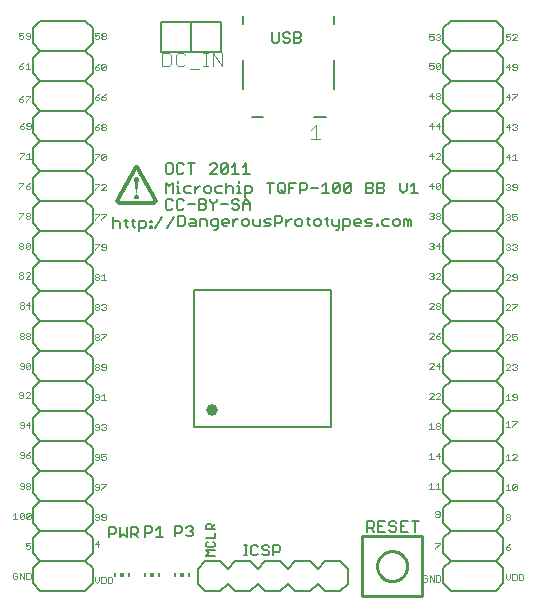
<source format=gbr>
G04 EAGLE Gerber RS-274X export*
G75*
%MOMM*%
%FSLAX34Y34*%
%LPD*%
%INSilkscreen Top*%
%IPPOS*%
%AMOC8*
5,1,8,0,0,1.08239X$1,22.5*%
G01*
%ADD10C,0.127000*%
%ADD11C,0.076200*%
%ADD12C,1.000000*%
%ADD13C,0.101600*%
%ADD14C,0.203200*%
%ADD15C,0.152400*%
%ADD16R,0.150000X0.300000*%
%ADD17R,0.300000X0.300000*%
%ADD18C,0.218400*%
%ADD19C,0.304800*%

G36*
X108477Y343228D02*
X108477Y343228D01*
X108519Y343225D01*
X108587Y343244D01*
X108656Y343254D01*
X108694Y343274D01*
X108735Y343286D01*
X108792Y343327D01*
X108854Y343360D01*
X108882Y343392D01*
X108916Y343418D01*
X108955Y343476D01*
X109001Y343529D01*
X109017Y343569D01*
X109040Y343605D01*
X109063Y343692D01*
X109081Y343739D01*
X109082Y343763D01*
X109088Y343786D01*
X110338Y355036D01*
X110332Y355136D01*
X110329Y355237D01*
X110324Y355248D01*
X110323Y355260D01*
X110282Y355352D01*
X110244Y355444D01*
X110236Y355453D01*
X110231Y355464D01*
X110161Y355536D01*
X110093Y355610D01*
X110082Y355616D01*
X110074Y355624D01*
X109983Y355667D01*
X109893Y355713D01*
X109880Y355715D01*
X109870Y355719D01*
X109825Y355723D01*
X109708Y355740D01*
X107208Y355740D01*
X107109Y355723D01*
X107010Y355708D01*
X106999Y355703D01*
X106987Y355701D01*
X106901Y355649D01*
X106812Y355602D01*
X106804Y355593D01*
X106794Y355586D01*
X106731Y355508D01*
X106665Y355433D01*
X106660Y355422D01*
X106653Y355412D01*
X106620Y355317D01*
X106585Y355223D01*
X106584Y355210D01*
X106581Y355200D01*
X106582Y355154D01*
X106578Y355036D01*
X107828Y343786D01*
X107840Y343745D01*
X107843Y343702D01*
X107872Y343638D01*
X107891Y343571D01*
X107917Y343537D01*
X107935Y343498D01*
X107984Y343448D01*
X108026Y343391D01*
X108062Y343368D01*
X108092Y343338D01*
X108156Y343308D01*
X108215Y343270D01*
X108257Y343261D01*
X108296Y343243D01*
X108365Y343237D01*
X108434Y343222D01*
X108477Y343228D01*
G37*
D10*
X137672Y368689D02*
X134706Y368689D01*
X133223Y367206D01*
X133223Y361274D01*
X134706Y359791D01*
X137672Y359791D01*
X139155Y361274D01*
X139155Y367206D01*
X137672Y368689D01*
X147027Y368689D02*
X148510Y367206D01*
X147027Y368689D02*
X144061Y368689D01*
X142578Y367206D01*
X142578Y361274D01*
X144061Y359791D01*
X147027Y359791D01*
X148510Y361274D01*
X154899Y359791D02*
X154899Y368689D01*
X151933Y368689D02*
X157865Y368689D01*
X170644Y359791D02*
X176575Y359791D01*
X170644Y359791D02*
X176575Y365723D01*
X176575Y367206D01*
X175093Y368689D01*
X172127Y368689D01*
X170644Y367206D01*
X179999Y367206D02*
X179999Y361274D01*
X179999Y367206D02*
X181482Y368689D01*
X184448Y368689D01*
X185931Y367206D01*
X185931Y361274D01*
X184448Y359791D01*
X181482Y359791D01*
X179999Y361274D01*
X185931Y367206D01*
X189354Y365723D02*
X192320Y368689D01*
X192320Y359791D01*
X189354Y359791D02*
X195286Y359791D01*
X198709Y365723D02*
X201675Y368689D01*
X201675Y359791D01*
X198709Y359791D02*
X204641Y359791D01*
D11*
X12830Y479176D02*
X9271Y479176D01*
X9271Y476506D01*
X11051Y477396D01*
X11940Y477396D01*
X12830Y476506D01*
X12830Y474727D01*
X11940Y473837D01*
X10161Y473837D01*
X9271Y474727D01*
X14884Y474727D02*
X15774Y473837D01*
X17553Y473837D01*
X18443Y474727D01*
X18443Y478286D01*
X17553Y479176D01*
X15774Y479176D01*
X14884Y478286D01*
X14884Y477396D01*
X15774Y476506D01*
X18443Y476506D01*
X12830Y453522D02*
X11051Y452632D01*
X9271Y450852D01*
X9271Y449073D01*
X10161Y448183D01*
X11940Y448183D01*
X12830Y449073D01*
X12830Y449963D01*
X11940Y450852D01*
X9271Y450852D01*
X14884Y451742D02*
X16664Y453522D01*
X16664Y448183D01*
X18443Y448183D02*
X14884Y448183D01*
X12830Y425836D02*
X11051Y424946D01*
X9271Y423166D01*
X9271Y421387D01*
X10161Y420497D01*
X11940Y420497D01*
X12830Y421387D01*
X12830Y422277D01*
X11940Y423166D01*
X9271Y423166D01*
X14884Y425836D02*
X18443Y425836D01*
X18443Y424946D01*
X14884Y421387D01*
X14884Y420497D01*
X13338Y402722D02*
X11559Y401832D01*
X9779Y400052D01*
X9779Y398273D01*
X10669Y397383D01*
X12448Y397383D01*
X13338Y398273D01*
X13338Y399163D01*
X12448Y400052D01*
X9779Y400052D01*
X15392Y398273D02*
X16282Y397383D01*
X18061Y397383D01*
X18951Y398273D01*
X18951Y401832D01*
X18061Y402722D01*
X16282Y402722D01*
X15392Y401832D01*
X15392Y400942D01*
X16282Y400052D01*
X18951Y400052D01*
X13338Y377068D02*
X9779Y377068D01*
X13338Y377068D02*
X13338Y376178D01*
X9779Y372619D01*
X9779Y371729D01*
X15392Y375288D02*
X17172Y377068D01*
X17172Y371729D01*
X18951Y371729D02*
X15392Y371729D01*
X12576Y351922D02*
X9017Y351922D01*
X12576Y351922D02*
X12576Y351032D01*
X9017Y347473D01*
X9017Y346583D01*
X16410Y351032D02*
X18189Y351922D01*
X16410Y351032D02*
X14630Y349252D01*
X14630Y347473D01*
X15520Y346583D01*
X17299Y346583D01*
X18189Y347473D01*
X18189Y348363D01*
X17299Y349252D01*
X14630Y349252D01*
X12830Y326776D02*
X9271Y326776D01*
X12830Y326776D02*
X12830Y325886D01*
X9271Y322327D01*
X9271Y321437D01*
X14884Y325886D02*
X15774Y326776D01*
X17553Y326776D01*
X18443Y325886D01*
X18443Y324996D01*
X17553Y324106D01*
X18443Y323217D01*
X18443Y322327D01*
X17553Y321437D01*
X15774Y321437D01*
X14884Y322327D01*
X14884Y323217D01*
X15774Y324106D01*
X14884Y324996D01*
X14884Y325886D01*
X15774Y324106D02*
X17553Y324106D01*
X9907Y301376D02*
X9017Y300486D01*
X9907Y301376D02*
X11686Y301376D01*
X12576Y300486D01*
X12576Y299596D01*
X11686Y298706D01*
X12576Y297817D01*
X12576Y296927D01*
X11686Y296037D01*
X9907Y296037D01*
X9017Y296927D01*
X9017Y297817D01*
X9907Y298706D01*
X9017Y299596D01*
X9017Y300486D01*
X9907Y298706D02*
X11686Y298706D01*
X14630Y296927D02*
X14630Y300486D01*
X15520Y301376D01*
X17299Y301376D01*
X18189Y300486D01*
X18189Y296927D01*
X17299Y296037D01*
X15520Y296037D01*
X14630Y296927D01*
X18189Y300486D01*
X10161Y276230D02*
X9271Y275340D01*
X10161Y276230D02*
X11940Y276230D01*
X12830Y275340D01*
X12830Y274450D01*
X11940Y273560D01*
X12830Y272671D01*
X12830Y271781D01*
X11940Y270891D01*
X10161Y270891D01*
X9271Y271781D01*
X9271Y272671D01*
X10161Y273560D01*
X9271Y274450D01*
X9271Y275340D01*
X10161Y273560D02*
X11940Y273560D01*
X14884Y270891D02*
X18443Y270891D01*
X14884Y270891D02*
X18443Y274450D01*
X18443Y275340D01*
X17553Y276230D01*
X15774Y276230D01*
X14884Y275340D01*
X10415Y250830D02*
X9525Y249940D01*
X10415Y250830D02*
X12194Y250830D01*
X13084Y249940D01*
X13084Y249050D01*
X12194Y248160D01*
X13084Y247271D01*
X13084Y246381D01*
X12194Y245491D01*
X10415Y245491D01*
X9525Y246381D01*
X9525Y247271D01*
X10415Y248160D01*
X9525Y249050D01*
X9525Y249940D01*
X10415Y248160D02*
X12194Y248160D01*
X17807Y245491D02*
X17807Y250830D01*
X15138Y248160D01*
X18697Y248160D01*
X10415Y225176D02*
X9525Y224286D01*
X10415Y225176D02*
X12194Y225176D01*
X13084Y224286D01*
X13084Y223396D01*
X12194Y222506D01*
X13084Y221617D01*
X13084Y220727D01*
X12194Y219837D01*
X10415Y219837D01*
X9525Y220727D01*
X9525Y221617D01*
X10415Y222506D01*
X9525Y223396D01*
X9525Y224286D01*
X10415Y222506D02*
X12194Y222506D01*
X15138Y224286D02*
X16028Y225176D01*
X17807Y225176D01*
X18697Y224286D01*
X18697Y223396D01*
X17807Y222506D01*
X18697Y221617D01*
X18697Y220727D01*
X17807Y219837D01*
X16028Y219837D01*
X15138Y220727D01*
X15138Y221617D01*
X16028Y222506D01*
X15138Y223396D01*
X15138Y224286D01*
X16028Y222506D02*
X17807Y222506D01*
X9525Y194819D02*
X10415Y193929D01*
X12194Y193929D01*
X13084Y194819D01*
X13084Y198378D01*
X12194Y199268D01*
X10415Y199268D01*
X9525Y198378D01*
X9525Y197488D01*
X10415Y196598D01*
X13084Y196598D01*
X15138Y194819D02*
X15138Y198378D01*
X16028Y199268D01*
X17807Y199268D01*
X18697Y198378D01*
X18697Y194819D01*
X17807Y193929D01*
X16028Y193929D01*
X15138Y194819D01*
X18697Y198378D01*
X9271Y170435D02*
X10161Y169545D01*
X11940Y169545D01*
X12830Y170435D01*
X12830Y173994D01*
X11940Y174884D01*
X10161Y174884D01*
X9271Y173994D01*
X9271Y173104D01*
X10161Y172214D01*
X12830Y172214D01*
X14884Y169545D02*
X18443Y169545D01*
X14884Y169545D02*
X18443Y173104D01*
X18443Y173994D01*
X17553Y174884D01*
X15774Y174884D01*
X14884Y173994D01*
X9525Y145289D02*
X10415Y144399D01*
X12194Y144399D01*
X13084Y145289D01*
X13084Y148848D01*
X12194Y149738D01*
X10415Y149738D01*
X9525Y148848D01*
X9525Y147958D01*
X10415Y147068D01*
X13084Y147068D01*
X17807Y144399D02*
X17807Y149738D01*
X15138Y147068D01*
X18697Y147068D01*
X9525Y119635D02*
X10415Y118745D01*
X12194Y118745D01*
X13084Y119635D01*
X13084Y123194D01*
X12194Y124084D01*
X10415Y124084D01*
X9525Y123194D01*
X9525Y122304D01*
X10415Y121414D01*
X13084Y121414D01*
X16918Y123194D02*
X18697Y124084D01*
X16918Y123194D02*
X15138Y121414D01*
X15138Y119635D01*
X16028Y118745D01*
X17807Y118745D01*
X18697Y119635D01*
X18697Y120525D01*
X17807Y121414D01*
X15138Y121414D01*
X9525Y93219D02*
X10415Y92329D01*
X12194Y92329D01*
X13084Y93219D01*
X13084Y96778D01*
X12194Y97668D01*
X10415Y97668D01*
X9525Y96778D01*
X9525Y95888D01*
X10415Y94998D01*
X13084Y94998D01*
X15138Y96778D02*
X16028Y97668D01*
X17807Y97668D01*
X18697Y96778D01*
X18697Y95888D01*
X17807Y94998D01*
X18697Y94109D01*
X18697Y93219D01*
X17807Y92329D01*
X16028Y92329D01*
X15138Y93219D01*
X15138Y94109D01*
X16028Y94998D01*
X15138Y95888D01*
X15138Y96778D01*
X16028Y94998D02*
X17807Y94998D01*
X5971Y72522D02*
X4191Y70742D01*
X5971Y72522D02*
X5971Y67183D01*
X7750Y67183D02*
X4191Y67183D01*
X9804Y68073D02*
X9804Y71632D01*
X10694Y72522D01*
X12473Y72522D01*
X13363Y71632D01*
X13363Y68073D01*
X12473Y67183D01*
X10694Y67183D01*
X9804Y68073D01*
X13363Y71632D01*
X15417Y71632D02*
X15417Y68073D01*
X15417Y71632D02*
X16307Y72522D01*
X18086Y72522D01*
X18976Y71632D01*
X18976Y68073D01*
X18086Y67183D01*
X16307Y67183D01*
X15417Y68073D01*
X18976Y71632D01*
X18672Y47122D02*
X15113Y47122D01*
X15113Y44452D01*
X16893Y45342D01*
X17782Y45342D01*
X18672Y44452D01*
X18672Y42673D01*
X17782Y41783D01*
X16003Y41783D01*
X15113Y42673D01*
X6860Y21722D02*
X7750Y20832D01*
X6860Y21722D02*
X5081Y21722D01*
X4191Y20832D01*
X4191Y17273D01*
X5081Y16383D01*
X6860Y16383D01*
X7750Y17273D01*
X7750Y19052D01*
X5971Y19052D01*
X9804Y16383D02*
X9804Y21722D01*
X13363Y16383D01*
X13363Y21722D01*
X15417Y21722D02*
X15417Y16383D01*
X18086Y16383D01*
X18976Y17273D01*
X18976Y20832D01*
X18086Y21722D01*
X15417Y21722D01*
X73279Y478922D02*
X76838Y478922D01*
X73279Y478922D02*
X73279Y476252D01*
X75059Y477142D01*
X75948Y477142D01*
X76838Y476252D01*
X76838Y474473D01*
X75948Y473583D01*
X74169Y473583D01*
X73279Y474473D01*
X78892Y478032D02*
X79782Y478922D01*
X81561Y478922D01*
X82451Y478032D01*
X82451Y477142D01*
X81561Y476252D01*
X82451Y475363D01*
X82451Y474473D01*
X81561Y473583D01*
X79782Y473583D01*
X78892Y474473D01*
X78892Y475363D01*
X79782Y476252D01*
X78892Y477142D01*
X78892Y478032D01*
X79782Y476252D02*
X81561Y476252D01*
X76838Y452506D02*
X75059Y451616D01*
X73279Y449836D01*
X73279Y448057D01*
X74169Y447167D01*
X75948Y447167D01*
X76838Y448057D01*
X76838Y448947D01*
X75948Y449836D01*
X73279Y449836D01*
X78892Y448057D02*
X78892Y451616D01*
X79782Y452506D01*
X81561Y452506D01*
X82451Y451616D01*
X82451Y448057D01*
X81561Y447167D01*
X79782Y447167D01*
X78892Y448057D01*
X82451Y451616D01*
X76838Y427106D02*
X75059Y426216D01*
X73279Y424436D01*
X73279Y422657D01*
X74169Y421767D01*
X75948Y421767D01*
X76838Y422657D01*
X76838Y423547D01*
X75948Y424436D01*
X73279Y424436D01*
X80672Y426216D02*
X82451Y427106D01*
X80672Y426216D02*
X78892Y424436D01*
X78892Y422657D01*
X79782Y421767D01*
X81561Y421767D01*
X82451Y422657D01*
X82451Y423547D01*
X81561Y424436D01*
X78892Y424436D01*
X76838Y401706D02*
X75059Y400816D01*
X73279Y399036D01*
X73279Y397257D01*
X74169Y396367D01*
X75948Y396367D01*
X76838Y397257D01*
X76838Y398147D01*
X75948Y399036D01*
X73279Y399036D01*
X78892Y400816D02*
X79782Y401706D01*
X81561Y401706D01*
X82451Y400816D01*
X82451Y399926D01*
X81561Y399036D01*
X82451Y398147D01*
X82451Y397257D01*
X81561Y396367D01*
X79782Y396367D01*
X78892Y397257D01*
X78892Y398147D01*
X79782Y399036D01*
X78892Y399926D01*
X78892Y400816D01*
X79782Y399036D02*
X81561Y399036D01*
X76838Y376306D02*
X73279Y376306D01*
X76838Y376306D02*
X76838Y375416D01*
X73279Y371857D01*
X73279Y370967D01*
X78892Y371857D02*
X78892Y375416D01*
X79782Y376306D01*
X81561Y376306D01*
X82451Y375416D01*
X82451Y371857D01*
X81561Y370967D01*
X79782Y370967D01*
X78892Y371857D01*
X82451Y375416D01*
X76838Y350906D02*
X73279Y350906D01*
X76838Y350906D02*
X76838Y350016D01*
X73279Y346457D01*
X73279Y345567D01*
X78892Y345567D02*
X82451Y345567D01*
X78892Y345567D02*
X82451Y349126D01*
X82451Y350016D01*
X81561Y350906D01*
X79782Y350906D01*
X78892Y350016D01*
X76838Y325506D02*
X73279Y325506D01*
X76838Y325506D02*
X76838Y324616D01*
X73279Y321057D01*
X73279Y320167D01*
X78892Y325506D02*
X82451Y325506D01*
X82451Y324616D01*
X78892Y321057D01*
X78892Y320167D01*
X76838Y300106D02*
X73279Y300106D01*
X76838Y300106D02*
X76838Y299216D01*
X73279Y295657D01*
X73279Y294767D01*
X78892Y295657D02*
X79782Y294767D01*
X81561Y294767D01*
X82451Y295657D01*
X82451Y299216D01*
X81561Y300106D01*
X79782Y300106D01*
X78892Y299216D01*
X78892Y298326D01*
X79782Y297436D01*
X82451Y297436D01*
X74169Y274706D02*
X73279Y273816D01*
X74169Y274706D02*
X75948Y274706D01*
X76838Y273816D01*
X76838Y272926D01*
X75948Y272036D01*
X76838Y271147D01*
X76838Y270257D01*
X75948Y269367D01*
X74169Y269367D01*
X73279Y270257D01*
X73279Y271147D01*
X74169Y272036D01*
X73279Y272926D01*
X73279Y273816D01*
X74169Y272036D02*
X75948Y272036D01*
X78892Y272926D02*
X80672Y274706D01*
X80672Y269367D01*
X82451Y269367D02*
X78892Y269367D01*
X74169Y249306D02*
X73279Y248416D01*
X74169Y249306D02*
X75948Y249306D01*
X76838Y248416D01*
X76838Y247526D01*
X75948Y246636D01*
X76838Y245747D01*
X76838Y244857D01*
X75948Y243967D01*
X74169Y243967D01*
X73279Y244857D01*
X73279Y245747D01*
X74169Y246636D01*
X73279Y247526D01*
X73279Y248416D01*
X74169Y246636D02*
X75948Y246636D01*
X78892Y248416D02*
X79782Y249306D01*
X81561Y249306D01*
X82451Y248416D01*
X82451Y247526D01*
X81561Y246636D01*
X80672Y246636D01*
X81561Y246636D02*
X82451Y245747D01*
X82451Y244857D01*
X81561Y243967D01*
X79782Y243967D01*
X78892Y244857D01*
X74169Y223906D02*
X73279Y223016D01*
X74169Y223906D02*
X75948Y223906D01*
X76838Y223016D01*
X76838Y222126D01*
X75948Y221236D01*
X76838Y220347D01*
X76838Y219457D01*
X75948Y218567D01*
X74169Y218567D01*
X73279Y219457D01*
X73279Y220347D01*
X74169Y221236D01*
X73279Y222126D01*
X73279Y223016D01*
X74169Y221236D02*
X75948Y221236D01*
X78892Y223906D02*
X82451Y223906D01*
X82451Y223016D01*
X78892Y219457D01*
X78892Y218567D01*
X74169Y198506D02*
X73279Y197616D01*
X74169Y198506D02*
X75948Y198506D01*
X76838Y197616D01*
X76838Y196726D01*
X75948Y195836D01*
X76838Y194947D01*
X76838Y194057D01*
X75948Y193167D01*
X74169Y193167D01*
X73279Y194057D01*
X73279Y194947D01*
X74169Y195836D01*
X73279Y196726D01*
X73279Y197616D01*
X74169Y195836D02*
X75948Y195836D01*
X78892Y194057D02*
X79782Y193167D01*
X81561Y193167D01*
X82451Y194057D01*
X82451Y197616D01*
X81561Y198506D01*
X79782Y198506D01*
X78892Y197616D01*
X78892Y196726D01*
X79782Y195836D01*
X82451Y195836D01*
X73279Y168657D02*
X74169Y167767D01*
X75948Y167767D01*
X76838Y168657D01*
X76838Y172216D01*
X75948Y173106D01*
X74169Y173106D01*
X73279Y172216D01*
X73279Y171326D01*
X74169Y170436D01*
X76838Y170436D01*
X78892Y171326D02*
X80672Y173106D01*
X80672Y167767D01*
X82451Y167767D02*
X78892Y167767D01*
X73279Y143257D02*
X74169Y142367D01*
X75948Y142367D01*
X76838Y143257D01*
X76838Y146816D01*
X75948Y147706D01*
X74169Y147706D01*
X73279Y146816D01*
X73279Y145926D01*
X74169Y145036D01*
X76838Y145036D01*
X78892Y146816D02*
X79782Y147706D01*
X81561Y147706D01*
X82451Y146816D01*
X82451Y145926D01*
X81561Y145036D01*
X80672Y145036D01*
X81561Y145036D02*
X82451Y144147D01*
X82451Y143257D01*
X81561Y142367D01*
X79782Y142367D01*
X78892Y143257D01*
X73279Y117857D02*
X74169Y116967D01*
X75948Y116967D01*
X76838Y117857D01*
X76838Y121416D01*
X75948Y122306D01*
X74169Y122306D01*
X73279Y121416D01*
X73279Y120526D01*
X74169Y119636D01*
X76838Y119636D01*
X78892Y122306D02*
X82451Y122306D01*
X78892Y122306D02*
X78892Y119636D01*
X80672Y120526D01*
X81561Y120526D01*
X82451Y119636D01*
X82451Y117857D01*
X81561Y116967D01*
X79782Y116967D01*
X78892Y117857D01*
X73279Y92457D02*
X74169Y91567D01*
X75948Y91567D01*
X76838Y92457D01*
X76838Y96016D01*
X75948Y96906D01*
X74169Y96906D01*
X73279Y96016D01*
X73279Y95126D01*
X74169Y94236D01*
X76838Y94236D01*
X78892Y96906D02*
X82451Y96906D01*
X82451Y96016D01*
X78892Y92457D01*
X78892Y91567D01*
X73279Y67057D02*
X74169Y66167D01*
X75948Y66167D01*
X76838Y67057D01*
X76838Y70616D01*
X75948Y71506D01*
X74169Y71506D01*
X73279Y70616D01*
X73279Y69726D01*
X74169Y68836D01*
X76838Y68836D01*
X78892Y67057D02*
X79782Y66167D01*
X81561Y66167D01*
X82451Y67057D01*
X82451Y70616D01*
X81561Y71506D01*
X79782Y71506D01*
X78892Y70616D01*
X78892Y69726D01*
X79782Y68836D01*
X82451Y68836D01*
X75948Y48646D02*
X75948Y43307D01*
X73279Y45976D02*
X75948Y48646D01*
X76838Y45976D02*
X73279Y45976D01*
X73279Y18166D02*
X73279Y14607D01*
X75059Y12827D01*
X76838Y14607D01*
X76838Y18166D01*
X78892Y18166D02*
X78892Y12827D01*
X81561Y12827D01*
X82451Y13717D01*
X82451Y17276D01*
X81561Y18166D01*
X78892Y18166D01*
X84505Y18166D02*
X84505Y12827D01*
X87174Y12827D01*
X88064Y13717D01*
X88064Y17276D01*
X87174Y18166D01*
X84505Y18166D01*
X421259Y17147D02*
X421259Y20706D01*
X421259Y17147D02*
X423039Y15367D01*
X424818Y17147D01*
X424818Y20706D01*
X426872Y20706D02*
X426872Y15367D01*
X429541Y15367D01*
X430431Y16257D01*
X430431Y19816D01*
X429541Y20706D01*
X426872Y20706D01*
X432485Y20706D02*
X432485Y15367D01*
X435154Y15367D01*
X436044Y16257D01*
X436044Y19816D01*
X435154Y20706D01*
X432485Y20706D01*
X354639Y18800D02*
X353749Y19690D01*
X351969Y19690D01*
X351080Y18800D01*
X351080Y15241D01*
X351969Y14351D01*
X353749Y14351D01*
X354639Y15241D01*
X354639Y17020D01*
X352859Y17020D01*
X356693Y14351D02*
X356693Y19690D01*
X360252Y14351D01*
X360252Y19690D01*
X362306Y19690D02*
X362306Y14351D01*
X364975Y14351D01*
X365865Y15241D01*
X365865Y18800D01*
X364975Y19690D01*
X362306Y19690D01*
X421259Y477906D02*
X424818Y477906D01*
X421259Y477906D02*
X421259Y475236D01*
X423039Y476126D01*
X423928Y476126D01*
X424818Y475236D01*
X424818Y473457D01*
X423928Y472567D01*
X422149Y472567D01*
X421259Y473457D01*
X426872Y472567D02*
X430431Y472567D01*
X426872Y472567D02*
X430431Y476126D01*
X430431Y477016D01*
X429541Y477906D01*
X427762Y477906D01*
X426872Y477016D01*
X423928Y452506D02*
X423928Y447167D01*
X421259Y449836D02*
X423928Y452506D01*
X424818Y449836D02*
X421259Y449836D01*
X426872Y448057D02*
X427762Y447167D01*
X429541Y447167D01*
X430431Y448057D01*
X430431Y451616D01*
X429541Y452506D01*
X427762Y452506D01*
X426872Y451616D01*
X426872Y450726D01*
X427762Y449836D01*
X430431Y449836D01*
X423928Y427106D02*
X423928Y421767D01*
X421259Y424436D02*
X423928Y427106D01*
X424818Y424436D02*
X421259Y424436D01*
X426872Y427106D02*
X430431Y427106D01*
X430431Y426216D01*
X426872Y422657D01*
X426872Y421767D01*
X423928Y401706D02*
X423928Y396367D01*
X421259Y399036D02*
X423928Y401706D01*
X424818Y399036D02*
X421259Y399036D01*
X426872Y400816D02*
X427762Y401706D01*
X429541Y401706D01*
X430431Y400816D01*
X430431Y399926D01*
X429541Y399036D01*
X428652Y399036D01*
X429541Y399036D02*
X430431Y398147D01*
X430431Y397257D01*
X429541Y396367D01*
X427762Y396367D01*
X426872Y397257D01*
X423928Y376306D02*
X423928Y370967D01*
X421259Y373636D02*
X423928Y376306D01*
X424818Y373636D02*
X421259Y373636D01*
X426872Y374526D02*
X428652Y376306D01*
X428652Y370967D01*
X430431Y370967D02*
X426872Y370967D01*
X422149Y350906D02*
X421259Y350016D01*
X422149Y350906D02*
X423928Y350906D01*
X424818Y350016D01*
X424818Y349126D01*
X423928Y348236D01*
X423039Y348236D01*
X423928Y348236D02*
X424818Y347347D01*
X424818Y346457D01*
X423928Y345567D01*
X422149Y345567D01*
X421259Y346457D01*
X426872Y346457D02*
X427762Y345567D01*
X429541Y345567D01*
X430431Y346457D01*
X430431Y350016D01*
X429541Y350906D01*
X427762Y350906D01*
X426872Y350016D01*
X426872Y349126D01*
X427762Y348236D01*
X430431Y348236D01*
X422149Y325506D02*
X421259Y324616D01*
X422149Y325506D02*
X423928Y325506D01*
X424818Y324616D01*
X424818Y323726D01*
X423928Y322836D01*
X423039Y322836D01*
X423928Y322836D02*
X424818Y321947D01*
X424818Y321057D01*
X423928Y320167D01*
X422149Y320167D01*
X421259Y321057D01*
X426872Y325506D02*
X430431Y325506D01*
X426872Y325506D02*
X426872Y322836D01*
X428652Y323726D01*
X429541Y323726D01*
X430431Y322836D01*
X430431Y321057D01*
X429541Y320167D01*
X427762Y320167D01*
X426872Y321057D01*
X422149Y300106D02*
X421259Y299216D01*
X422149Y300106D02*
X423928Y300106D01*
X424818Y299216D01*
X424818Y298326D01*
X423928Y297436D01*
X423039Y297436D01*
X423928Y297436D02*
X424818Y296547D01*
X424818Y295657D01*
X423928Y294767D01*
X422149Y294767D01*
X421259Y295657D01*
X426872Y299216D02*
X427762Y300106D01*
X429541Y300106D01*
X430431Y299216D01*
X430431Y298326D01*
X429541Y297436D01*
X428652Y297436D01*
X429541Y297436D02*
X430431Y296547D01*
X430431Y295657D01*
X429541Y294767D01*
X427762Y294767D01*
X426872Y295657D01*
X424818Y269367D02*
X421259Y269367D01*
X424818Y272926D01*
X424818Y273816D01*
X423928Y274706D01*
X422149Y274706D01*
X421259Y273816D01*
X426872Y270257D02*
X427762Y269367D01*
X429541Y269367D01*
X430431Y270257D01*
X430431Y273816D01*
X429541Y274706D01*
X427762Y274706D01*
X426872Y273816D01*
X426872Y272926D01*
X427762Y272036D01*
X430431Y272036D01*
X424818Y243967D02*
X421259Y243967D01*
X424818Y247526D01*
X424818Y248416D01*
X423928Y249306D01*
X422149Y249306D01*
X421259Y248416D01*
X426872Y249306D02*
X430431Y249306D01*
X430431Y248416D01*
X426872Y244857D01*
X426872Y243967D01*
X424818Y218567D02*
X421259Y218567D01*
X424818Y222126D01*
X424818Y223016D01*
X423928Y223906D01*
X422149Y223906D01*
X421259Y223016D01*
X426872Y223906D02*
X430431Y223906D01*
X426872Y223906D02*
X426872Y221236D01*
X428652Y222126D01*
X429541Y222126D01*
X430431Y221236D01*
X430431Y219457D01*
X429541Y218567D01*
X427762Y218567D01*
X426872Y219457D01*
X424818Y193167D02*
X421259Y193167D01*
X424818Y196726D01*
X424818Y197616D01*
X423928Y198506D01*
X422149Y198506D01*
X421259Y197616D01*
X426872Y197616D02*
X427762Y198506D01*
X429541Y198506D01*
X430431Y197616D01*
X430431Y196726D01*
X429541Y195836D01*
X428652Y195836D01*
X429541Y195836D02*
X430431Y194947D01*
X430431Y194057D01*
X429541Y193167D01*
X427762Y193167D01*
X426872Y194057D01*
X423039Y173106D02*
X421259Y171326D01*
X423039Y173106D02*
X423039Y167767D01*
X424818Y167767D02*
X421259Y167767D01*
X426872Y168657D02*
X427762Y167767D01*
X429541Y167767D01*
X430431Y168657D01*
X430431Y172216D01*
X429541Y173106D01*
X427762Y173106D01*
X426872Y172216D01*
X426872Y171326D01*
X427762Y170436D01*
X430431Y170436D01*
X423039Y150246D02*
X421259Y148466D01*
X423039Y150246D02*
X423039Y144907D01*
X424818Y144907D02*
X421259Y144907D01*
X426872Y150246D02*
X430431Y150246D01*
X430431Y149356D01*
X426872Y145797D01*
X426872Y144907D01*
X423039Y122306D02*
X421259Y120526D01*
X423039Y122306D02*
X423039Y116967D01*
X424818Y116967D02*
X421259Y116967D01*
X426872Y116967D02*
X430431Y116967D01*
X426872Y116967D02*
X430431Y120526D01*
X430431Y121416D01*
X429541Y122306D01*
X427762Y122306D01*
X426872Y121416D01*
X423039Y96906D02*
X421259Y95126D01*
X423039Y96906D02*
X423039Y91567D01*
X424818Y91567D02*
X421259Y91567D01*
X426872Y92457D02*
X426872Y96016D01*
X427762Y96906D01*
X429541Y96906D01*
X430431Y96016D01*
X430431Y92457D01*
X429541Y91567D01*
X427762Y91567D01*
X426872Y92457D01*
X430431Y96016D01*
X422149Y71506D02*
X421259Y70616D01*
X422149Y71506D02*
X423928Y71506D01*
X424818Y70616D01*
X424818Y69726D01*
X423928Y68836D01*
X424818Y67947D01*
X424818Y67057D01*
X423928Y66167D01*
X422149Y66167D01*
X421259Y67057D01*
X421259Y67947D01*
X422149Y68836D01*
X421259Y69726D01*
X421259Y70616D01*
X422149Y68836D02*
X423928Y68836D01*
X424818Y46106D02*
X423039Y45216D01*
X421259Y43436D01*
X421259Y41657D01*
X422149Y40767D01*
X423928Y40767D01*
X424818Y41657D01*
X424818Y42547D01*
X423928Y43436D01*
X421259Y43436D01*
X360048Y477906D02*
X356489Y477906D01*
X356489Y475236D01*
X358269Y476126D01*
X359158Y476126D01*
X360048Y475236D01*
X360048Y473457D01*
X359158Y472567D01*
X357379Y472567D01*
X356489Y473457D01*
X362102Y477016D02*
X362992Y477906D01*
X364771Y477906D01*
X365661Y477016D01*
X365661Y476126D01*
X364771Y475236D01*
X363882Y475236D01*
X364771Y475236D02*
X365661Y474347D01*
X365661Y473457D01*
X364771Y472567D01*
X362992Y472567D01*
X362102Y473457D01*
X360048Y453776D02*
X356489Y453776D01*
X356489Y451106D01*
X358269Y451996D01*
X359158Y451996D01*
X360048Y451106D01*
X360048Y449327D01*
X359158Y448437D01*
X357379Y448437D01*
X356489Y449327D01*
X362102Y449327D02*
X362102Y452886D01*
X362992Y453776D01*
X364771Y453776D01*
X365661Y452886D01*
X365661Y449327D01*
X364771Y448437D01*
X362992Y448437D01*
X362102Y449327D01*
X365661Y452886D01*
X359158Y428376D02*
X359158Y423037D01*
X356489Y425706D02*
X359158Y428376D01*
X360048Y425706D02*
X356489Y425706D01*
X362102Y427486D02*
X362992Y428376D01*
X364771Y428376D01*
X365661Y427486D01*
X365661Y426596D01*
X364771Y425706D01*
X365661Y424817D01*
X365661Y423927D01*
X364771Y423037D01*
X362992Y423037D01*
X362102Y423927D01*
X362102Y424817D01*
X362992Y425706D01*
X362102Y426596D01*
X362102Y427486D01*
X362992Y425706D02*
X364771Y425706D01*
X359158Y402976D02*
X359158Y397637D01*
X356489Y400306D02*
X359158Y402976D01*
X360048Y400306D02*
X356489Y400306D01*
X364771Y397637D02*
X364771Y402976D01*
X362102Y400306D01*
X365661Y400306D01*
X359158Y377576D02*
X359158Y372237D01*
X356489Y374906D02*
X359158Y377576D01*
X360048Y374906D02*
X356489Y374906D01*
X362102Y372237D02*
X365661Y372237D01*
X362102Y372237D02*
X365661Y375796D01*
X365661Y376686D01*
X364771Y377576D01*
X362992Y377576D01*
X362102Y376686D01*
X359158Y352176D02*
X359158Y346837D01*
X356489Y349506D02*
X359158Y352176D01*
X360048Y349506D02*
X356489Y349506D01*
X362102Y347727D02*
X362102Y351286D01*
X362992Y352176D01*
X364771Y352176D01*
X365661Y351286D01*
X365661Y347727D01*
X364771Y346837D01*
X362992Y346837D01*
X362102Y347727D01*
X365661Y351286D01*
X357379Y326776D02*
X356489Y325886D01*
X357379Y326776D02*
X359158Y326776D01*
X360048Y325886D01*
X360048Y324996D01*
X359158Y324106D01*
X358269Y324106D01*
X359158Y324106D02*
X360048Y323217D01*
X360048Y322327D01*
X359158Y321437D01*
X357379Y321437D01*
X356489Y322327D01*
X362102Y325886D02*
X362992Y326776D01*
X364771Y326776D01*
X365661Y325886D01*
X365661Y324996D01*
X364771Y324106D01*
X365661Y323217D01*
X365661Y322327D01*
X364771Y321437D01*
X362992Y321437D01*
X362102Y322327D01*
X362102Y323217D01*
X362992Y324106D01*
X362102Y324996D01*
X362102Y325886D01*
X362992Y324106D02*
X364771Y324106D01*
X357379Y301376D02*
X356489Y300486D01*
X357379Y301376D02*
X359158Y301376D01*
X360048Y300486D01*
X360048Y299596D01*
X359158Y298706D01*
X358269Y298706D01*
X359158Y298706D02*
X360048Y297817D01*
X360048Y296927D01*
X359158Y296037D01*
X357379Y296037D01*
X356489Y296927D01*
X364771Y296037D02*
X364771Y301376D01*
X362102Y298706D01*
X365661Y298706D01*
X357379Y275976D02*
X356489Y275086D01*
X357379Y275976D02*
X359158Y275976D01*
X360048Y275086D01*
X360048Y274196D01*
X359158Y273306D01*
X358269Y273306D01*
X359158Y273306D02*
X360048Y272417D01*
X360048Y271527D01*
X359158Y270637D01*
X357379Y270637D01*
X356489Y271527D01*
X362102Y270637D02*
X365661Y270637D01*
X362102Y270637D02*
X365661Y274196D01*
X365661Y275086D01*
X364771Y275976D01*
X362992Y275976D01*
X362102Y275086D01*
X360048Y245237D02*
X356489Y245237D01*
X360048Y248796D01*
X360048Y249686D01*
X359158Y250576D01*
X357379Y250576D01*
X356489Y249686D01*
X362102Y249686D02*
X362992Y250576D01*
X364771Y250576D01*
X365661Y249686D01*
X365661Y248796D01*
X364771Y247906D01*
X365661Y247017D01*
X365661Y246127D01*
X364771Y245237D01*
X362992Y245237D01*
X362102Y246127D01*
X362102Y247017D01*
X362992Y247906D01*
X362102Y248796D01*
X362102Y249686D01*
X362992Y247906D02*
X364771Y247906D01*
X360048Y219837D02*
X356489Y219837D01*
X360048Y223396D01*
X360048Y224286D01*
X359158Y225176D01*
X357379Y225176D01*
X356489Y224286D01*
X363882Y224286D02*
X365661Y225176D01*
X363882Y224286D02*
X362102Y222506D01*
X362102Y220727D01*
X362992Y219837D01*
X364771Y219837D01*
X365661Y220727D01*
X365661Y221617D01*
X364771Y222506D01*
X362102Y222506D01*
X360048Y194437D02*
X356489Y194437D01*
X360048Y197996D01*
X360048Y198886D01*
X359158Y199776D01*
X357379Y199776D01*
X356489Y198886D01*
X364771Y199776D02*
X364771Y194437D01*
X362102Y197106D02*
X364771Y199776D01*
X365661Y197106D02*
X362102Y197106D01*
X360048Y169037D02*
X356489Y169037D01*
X360048Y172596D01*
X360048Y173486D01*
X359158Y174376D01*
X357379Y174376D01*
X356489Y173486D01*
X362102Y169037D02*
X365661Y169037D01*
X362102Y169037D02*
X365661Y172596D01*
X365661Y173486D01*
X364771Y174376D01*
X362992Y174376D01*
X362102Y173486D01*
X358269Y148976D02*
X356489Y147196D01*
X358269Y148976D02*
X358269Y143637D01*
X360048Y143637D02*
X356489Y143637D01*
X362102Y148086D02*
X362992Y148976D01*
X364771Y148976D01*
X365661Y148086D01*
X365661Y147196D01*
X364771Y146306D01*
X365661Y145417D01*
X365661Y144527D01*
X364771Y143637D01*
X362992Y143637D01*
X362102Y144527D01*
X362102Y145417D01*
X362992Y146306D01*
X362102Y147196D01*
X362102Y148086D01*
X362992Y146306D02*
X364771Y146306D01*
X358269Y123576D02*
X356489Y121796D01*
X358269Y123576D02*
X358269Y118237D01*
X360048Y118237D02*
X356489Y118237D01*
X364771Y118237D02*
X364771Y123576D01*
X362102Y120906D01*
X365661Y120906D01*
X358269Y98176D02*
X356489Y96396D01*
X358269Y98176D02*
X358269Y92837D01*
X360048Y92837D02*
X356489Y92837D01*
X362102Y96396D02*
X363882Y98176D01*
X363882Y92837D01*
X365661Y92837D02*
X362102Y92837D01*
X361569Y69597D02*
X362459Y68707D01*
X364238Y68707D01*
X365128Y69597D01*
X365128Y73156D01*
X364238Y74046D01*
X362459Y74046D01*
X361569Y73156D01*
X361569Y72266D01*
X362459Y71376D01*
X365128Y71376D01*
X365128Y47376D02*
X361569Y47376D01*
X365128Y47376D02*
X365128Y46486D01*
X361569Y42927D01*
X361569Y42037D01*
X361569Y47376D02*
X365128Y47376D01*
X365128Y46486D01*
X361569Y42927D01*
X361569Y42037D01*
D10*
X174625Y36195D02*
X167761Y36195D01*
X170049Y38483D01*
X167761Y40771D01*
X174625Y40771D01*
X167761Y47111D02*
X168905Y48255D01*
X167761Y47111D02*
X167761Y44823D01*
X168905Y43679D01*
X173481Y43679D01*
X174625Y44823D01*
X174625Y47111D01*
X173481Y48255D01*
X174625Y51163D02*
X167761Y51163D01*
X174625Y51163D02*
X174625Y55739D01*
X174625Y58647D02*
X167761Y58647D01*
X167761Y62079D01*
X168905Y63223D01*
X171193Y63223D01*
X172337Y62079D01*
X172337Y58647D01*
X172337Y60935D02*
X174625Y63223D01*
X157265Y260946D02*
X273265Y260946D01*
X273265Y144946D01*
X157265Y144946D01*
X157265Y260946D01*
D12*
X172107Y159788D03*
D10*
X258990Y408071D02*
X268990Y408071D01*
X215990Y408071D02*
X205990Y408071D01*
X275990Y431571D02*
X275990Y455571D01*
X198990Y455571D02*
X198990Y431571D01*
X275990Y486571D02*
X275990Y493571D01*
X198990Y493571D02*
X198990Y486571D01*
D13*
X260202Y400573D02*
X256304Y396675D01*
X260202Y400573D02*
X260202Y388879D01*
X256304Y388879D02*
X264100Y388879D01*
D10*
X223389Y472009D02*
X223389Y479424D01*
X223389Y472009D02*
X224872Y470526D01*
X227838Y470526D01*
X229321Y472009D01*
X229321Y479424D01*
X237193Y479424D02*
X238676Y477941D01*
X237193Y479424D02*
X234228Y479424D01*
X232745Y477941D01*
X232745Y476458D01*
X234228Y474975D01*
X237193Y474975D01*
X238676Y473492D01*
X238676Y472009D01*
X237193Y470526D01*
X234228Y470526D01*
X232745Y472009D01*
X242100Y470526D02*
X242100Y479424D01*
X246549Y479424D01*
X248032Y477941D01*
X248032Y476458D01*
X246549Y474975D01*
X248032Y473492D01*
X248032Y472009D01*
X246549Y470526D01*
X242100Y470526D01*
X242100Y474975D02*
X246549Y474975D01*
D14*
X242761Y31496D02*
X255461Y31496D01*
X261811Y25146D01*
X261811Y12446D02*
X255461Y6096D01*
X261811Y25146D02*
X268161Y31496D01*
X280861Y31496D01*
X287211Y25146D01*
X287211Y12446D02*
X280861Y6096D01*
X268161Y6096D01*
X261811Y12446D01*
X217361Y31496D02*
X211011Y25146D01*
X217361Y31496D02*
X230061Y31496D01*
X236411Y25146D01*
X236411Y12446D02*
X230061Y6096D01*
X217361Y6096D01*
X211011Y12446D01*
X236411Y25146D02*
X242761Y31496D01*
X236411Y12446D02*
X242761Y6096D01*
X255461Y6096D01*
X179261Y31496D02*
X166561Y31496D01*
X179261Y31496D02*
X185611Y25146D01*
X185611Y12446D02*
X179261Y6096D01*
X185611Y25146D02*
X191961Y31496D01*
X204661Y31496D01*
X211011Y25146D01*
X211011Y12446D02*
X204661Y6096D01*
X191961Y6096D01*
X185611Y12446D01*
X160211Y12446D02*
X160211Y25146D01*
X166561Y31496D01*
X160211Y12446D02*
X166561Y6096D01*
X179261Y6096D01*
X287211Y12446D02*
X287211Y25146D01*
D10*
X202420Y36449D02*
X199454Y36449D01*
X200937Y36449D02*
X200937Y45347D01*
X199454Y45347D02*
X202420Y45347D01*
X210140Y45347D02*
X211623Y43864D01*
X210140Y45347D02*
X207174Y45347D01*
X205691Y43864D01*
X205691Y37932D01*
X207174Y36449D01*
X210140Y36449D01*
X211623Y37932D01*
X219495Y45347D02*
X220978Y43864D01*
X219495Y45347D02*
X216529Y45347D01*
X215046Y43864D01*
X215046Y42381D01*
X216529Y40898D01*
X219495Y40898D01*
X220978Y39415D01*
X220978Y37932D01*
X219495Y36449D01*
X216529Y36449D01*
X215046Y37932D01*
X224401Y36449D02*
X224401Y45347D01*
X228850Y45347D01*
X230333Y43864D01*
X230333Y40898D01*
X228850Y39415D01*
X224401Y39415D01*
X129540Y462725D02*
X129540Y488125D01*
X154940Y488125D01*
X180340Y488125D01*
X180340Y462725D01*
X154940Y462725D01*
X129540Y462725D01*
X154940Y462725D02*
X154940Y488125D01*
D13*
X130048Y462227D02*
X130048Y450533D01*
X135895Y450533D01*
X137844Y452482D01*
X137844Y460278D01*
X135895Y462227D01*
X130048Y462227D01*
X147589Y462227D02*
X149538Y460278D01*
X147589Y462227D02*
X143691Y462227D01*
X141742Y460278D01*
X141742Y452482D01*
X143691Y450533D01*
X147589Y450533D01*
X149538Y452482D01*
X153436Y448584D02*
X161232Y448584D01*
X165130Y450533D02*
X169028Y450533D01*
X167079Y450533D02*
X167079Y462227D01*
X165130Y462227D02*
X169028Y462227D01*
X172926Y462227D02*
X172926Y450533D01*
X180722Y450533D02*
X172926Y462227D01*
X180722Y462227D02*
X180722Y450533D01*
D15*
X368364Y482981D02*
X374714Y489331D01*
X368364Y482981D02*
X368364Y470281D01*
X374714Y463931D01*
X368364Y457581D01*
X368364Y444881D01*
X374714Y438531D01*
X368364Y432181D01*
X368364Y419481D01*
X374714Y413131D01*
X368364Y406781D01*
X368364Y394081D01*
X374714Y387731D01*
X368364Y381381D01*
X368364Y368681D01*
X374714Y362331D01*
X368364Y355981D01*
X368364Y343281D01*
X374714Y336931D01*
X374714Y489331D02*
X412814Y489331D01*
X419164Y482981D01*
X419164Y470281D01*
X412814Y463931D01*
X419164Y457581D01*
X419164Y444881D01*
X412814Y438531D01*
X419164Y432181D01*
X419164Y419481D01*
X412814Y413131D01*
X419164Y406781D01*
X419164Y394081D01*
X412814Y387731D01*
X419164Y381381D01*
X419164Y368681D01*
X412814Y362331D01*
X419164Y355981D01*
X419164Y343281D01*
X412814Y336931D01*
X419164Y330581D01*
X419164Y317881D01*
X412814Y311531D01*
X419164Y305181D01*
X419164Y292481D01*
X412814Y286131D01*
X419164Y279781D01*
X419164Y267081D01*
X412814Y260731D01*
X419164Y254381D01*
X419164Y241681D01*
X412814Y235331D01*
X419164Y228981D01*
X419164Y216281D01*
X412814Y209931D01*
X419164Y203581D01*
X419164Y190881D01*
X412814Y184531D01*
X419164Y178181D01*
X419164Y165481D01*
X412814Y159131D01*
X419164Y152781D01*
X419164Y140081D01*
X412814Y133731D01*
X419164Y127381D01*
X419164Y114681D01*
X412814Y108331D01*
X419164Y101981D01*
X419164Y89281D01*
X412814Y82931D01*
X419164Y76581D01*
X419164Y63881D01*
X412814Y57531D01*
X419164Y51181D01*
X419164Y38481D01*
X412814Y32131D01*
X419164Y25781D01*
X419164Y13081D01*
X412814Y6731D01*
X374714Y6731D02*
X368364Y13081D01*
X368364Y25781D01*
X374714Y32131D01*
X368364Y38481D01*
X368364Y51181D01*
X374714Y57531D01*
X368364Y63881D01*
X368364Y76581D01*
X374714Y82931D01*
X368364Y89281D01*
X368364Y101981D01*
X374714Y108331D01*
X368364Y114681D01*
X368364Y127381D01*
X374714Y133731D01*
X368364Y140081D01*
X368364Y152781D01*
X374714Y159131D01*
X368364Y165481D01*
X368364Y178181D01*
X374714Y184531D01*
X368364Y190881D01*
X368364Y203581D01*
X374714Y209931D01*
X368364Y216281D01*
X368364Y228981D01*
X374714Y235331D01*
X368364Y241681D01*
X368364Y254381D01*
X374714Y260731D01*
X368364Y267081D01*
X368364Y279781D01*
X374714Y286131D01*
X368364Y292481D01*
X368364Y305181D01*
X374714Y311531D01*
X368364Y317881D01*
X368364Y330581D01*
X374714Y336931D01*
X374714Y463931D02*
X412814Y463931D01*
X412814Y438531D02*
X374714Y438531D01*
X374714Y413131D02*
X412814Y413131D01*
X412814Y387731D02*
X374714Y387731D01*
X374714Y362331D02*
X412814Y362331D01*
X412814Y336931D02*
X374714Y336931D01*
X374714Y311531D02*
X412814Y311531D01*
X412814Y286131D02*
X374714Y286131D01*
X374714Y260731D02*
X412814Y260731D01*
X412814Y235331D02*
X374714Y235331D01*
X374714Y209931D02*
X412814Y209931D01*
X412814Y184531D02*
X374714Y184531D01*
X374714Y159131D02*
X412814Y159131D01*
X412814Y133731D02*
X374714Y133731D01*
X374714Y108331D02*
X412814Y108331D01*
X412814Y82931D02*
X374714Y82931D01*
X374714Y57531D02*
X412814Y57531D01*
X412814Y32131D02*
X374714Y32131D01*
X374714Y6731D02*
X412814Y6731D01*
X20638Y482664D02*
X26988Y489014D01*
X20638Y482664D02*
X20638Y469964D01*
X26988Y463614D01*
X20638Y457264D01*
X20638Y444564D01*
X26988Y438214D01*
X20638Y431864D01*
X20638Y419164D01*
X26988Y412814D01*
X20638Y406464D01*
X20638Y393764D01*
X26988Y387414D01*
X20638Y381064D01*
X20638Y368364D01*
X26988Y362014D01*
X20638Y355664D01*
X20638Y342964D01*
X26988Y336614D01*
X26988Y489014D02*
X65088Y489014D01*
X71438Y482664D01*
X71438Y469964D01*
X65088Y463614D01*
X71438Y457264D01*
X71438Y444564D01*
X65088Y438214D01*
X71438Y431864D01*
X71438Y419164D01*
X65088Y412814D01*
X71438Y406464D01*
X71438Y393764D01*
X65088Y387414D01*
X71438Y381064D01*
X71438Y368364D01*
X65088Y362014D01*
X71438Y355664D01*
X71438Y342964D01*
X65088Y336614D01*
X71438Y330264D01*
X71438Y317564D01*
X65088Y311214D01*
X71438Y304864D01*
X71438Y292164D01*
X65088Y285814D01*
X71438Y279464D01*
X71438Y266764D01*
X65088Y260414D01*
X71438Y254064D01*
X71438Y241364D01*
X65088Y235014D01*
X71438Y228664D01*
X71438Y215964D01*
X65088Y209614D01*
X71438Y203264D01*
X71438Y190564D01*
X65088Y184214D01*
X71438Y177864D01*
X71438Y165164D01*
X65088Y158814D01*
X71438Y152464D01*
X71438Y139764D01*
X65088Y133414D01*
X71438Y127064D01*
X71438Y114364D01*
X65088Y108014D01*
X71438Y101664D01*
X71438Y88964D01*
X65088Y82614D01*
X71438Y76264D01*
X71438Y63564D01*
X65088Y57214D01*
X71438Y50864D01*
X71438Y38164D01*
X65088Y31814D01*
X71438Y25464D01*
X71438Y12764D01*
X65088Y6414D01*
X26988Y6414D02*
X20638Y12764D01*
X20638Y25464D01*
X26988Y31814D01*
X20638Y38164D01*
X20638Y50864D01*
X26988Y57214D01*
X20638Y63564D01*
X20638Y76264D01*
X26988Y82614D01*
X20638Y88964D01*
X20638Y101664D01*
X26988Y108014D01*
X20638Y114364D01*
X20638Y127064D01*
X26988Y133414D01*
X20638Y139764D01*
X20638Y152464D01*
X26988Y158814D01*
X20638Y165164D01*
X20638Y177864D01*
X26988Y184214D01*
X20638Y190564D01*
X20638Y203264D01*
X26988Y209614D01*
X20638Y215964D01*
X20638Y228664D01*
X26988Y235014D01*
X20638Y241364D01*
X20638Y254064D01*
X26988Y260414D01*
X20638Y266764D01*
X20638Y279464D01*
X26988Y285814D01*
X20638Y292164D01*
X20638Y304864D01*
X26988Y311214D01*
X20638Y317564D01*
X20638Y330264D01*
X26988Y336614D01*
X26988Y463614D02*
X65088Y463614D01*
X65088Y438214D02*
X26988Y438214D01*
X26988Y412814D02*
X65088Y412814D01*
X65088Y387414D02*
X26988Y387414D01*
X26988Y362014D02*
X65088Y362014D01*
X65088Y336614D02*
X26988Y336614D01*
X26988Y311214D02*
X65088Y311214D01*
X65088Y285814D02*
X26988Y285814D01*
X26988Y260414D02*
X65088Y260414D01*
X65088Y235014D02*
X26988Y235014D01*
X26988Y209614D02*
X65088Y209614D01*
X65088Y184214D02*
X26988Y184214D01*
X26988Y158814D02*
X65088Y158814D01*
X65088Y133414D02*
X26988Y133414D01*
X26988Y108014D02*
X65088Y108014D01*
X65088Y82614D02*
X26988Y82614D01*
X26988Y57214D02*
X65088Y57214D01*
X65088Y31814D02*
X26988Y31814D01*
X26988Y6414D02*
X65088Y6414D01*
D16*
X102586Y20090D03*
X90586Y20090D03*
D17*
X96586Y20090D03*
D10*
X85096Y51882D02*
X85096Y60780D01*
X89545Y60780D01*
X91028Y59297D01*
X91028Y56331D01*
X89545Y54848D01*
X85096Y54848D01*
X94452Y51882D02*
X94452Y60780D01*
X97417Y54848D02*
X94452Y51882D01*
X97417Y54848D02*
X100383Y51882D01*
X100383Y60780D01*
X103807Y60780D02*
X103807Y51882D01*
X103807Y60780D02*
X108256Y60780D01*
X109739Y59297D01*
X109739Y56331D01*
X108256Y54848D01*
X103807Y54848D01*
X106773Y54848D02*
X109739Y51882D01*
D16*
X127667Y19898D03*
X115667Y19898D03*
D17*
X121667Y19898D03*
D10*
X115847Y52325D02*
X115847Y61223D01*
X120295Y61223D01*
X121778Y59740D01*
X121778Y56774D01*
X120295Y55291D01*
X115847Y55291D01*
X125202Y58257D02*
X128168Y61223D01*
X128168Y52325D01*
X125202Y52325D02*
X131134Y52325D01*
D16*
X153256Y19835D03*
X141256Y19835D03*
D17*
X147256Y19835D03*
D10*
X141181Y52641D02*
X141181Y61539D01*
X145629Y61539D01*
X147112Y60056D01*
X147112Y57090D01*
X145629Y55607D01*
X141181Y55607D01*
X150536Y60056D02*
X152019Y61539D01*
X154985Y61539D01*
X156468Y60056D01*
X156468Y58573D01*
X154985Y57090D01*
X153502Y57090D01*
X154985Y57090D02*
X156468Y55607D01*
X156468Y54124D01*
X154985Y52641D01*
X152019Y52641D01*
X150536Y54124D01*
D18*
X299593Y52832D02*
X350393Y52832D01*
X350393Y2032D01*
X299593Y2032D01*
X299593Y52832D01*
X312293Y27432D02*
X312297Y27744D01*
X312308Y28055D01*
X312327Y28366D01*
X312354Y28677D01*
X312389Y28987D01*
X312430Y29295D01*
X312480Y29603D01*
X312537Y29910D01*
X312602Y30215D01*
X312674Y30518D01*
X312753Y30819D01*
X312840Y31119D01*
X312934Y31416D01*
X313035Y31711D01*
X313144Y32003D01*
X313260Y32292D01*
X313383Y32579D01*
X313512Y32862D01*
X313649Y33142D01*
X313793Y33419D01*
X313943Y33692D01*
X314100Y33961D01*
X314263Y34226D01*
X314433Y34488D01*
X314610Y34745D01*
X314792Y34997D01*
X314981Y35245D01*
X315176Y35489D01*
X315376Y35727D01*
X315583Y35961D01*
X315795Y36189D01*
X316013Y36412D01*
X316236Y36630D01*
X316464Y36842D01*
X316698Y37049D01*
X316936Y37249D01*
X317180Y37444D01*
X317428Y37633D01*
X317680Y37815D01*
X317937Y37992D01*
X318199Y38162D01*
X318464Y38325D01*
X318733Y38482D01*
X319006Y38632D01*
X319283Y38776D01*
X319563Y38913D01*
X319846Y39042D01*
X320133Y39165D01*
X320422Y39281D01*
X320714Y39390D01*
X321009Y39491D01*
X321306Y39585D01*
X321606Y39672D01*
X321907Y39751D01*
X322210Y39823D01*
X322515Y39888D01*
X322822Y39945D01*
X323130Y39995D01*
X323438Y40036D01*
X323748Y40071D01*
X324059Y40098D01*
X324370Y40117D01*
X324681Y40128D01*
X324993Y40132D01*
X325305Y40128D01*
X325616Y40117D01*
X325927Y40098D01*
X326238Y40071D01*
X326548Y40036D01*
X326856Y39995D01*
X327164Y39945D01*
X327471Y39888D01*
X327776Y39823D01*
X328079Y39751D01*
X328380Y39672D01*
X328680Y39585D01*
X328977Y39491D01*
X329272Y39390D01*
X329564Y39281D01*
X329853Y39165D01*
X330140Y39042D01*
X330423Y38913D01*
X330703Y38776D01*
X330980Y38632D01*
X331253Y38482D01*
X331522Y38325D01*
X331787Y38162D01*
X332049Y37992D01*
X332306Y37815D01*
X332558Y37633D01*
X332806Y37444D01*
X333050Y37249D01*
X333288Y37049D01*
X333522Y36842D01*
X333750Y36630D01*
X333973Y36412D01*
X334191Y36189D01*
X334403Y35961D01*
X334610Y35727D01*
X334810Y35489D01*
X335005Y35245D01*
X335194Y34997D01*
X335376Y34745D01*
X335553Y34488D01*
X335723Y34226D01*
X335886Y33961D01*
X336043Y33692D01*
X336193Y33419D01*
X336337Y33142D01*
X336474Y32862D01*
X336603Y32579D01*
X336726Y32292D01*
X336842Y32003D01*
X336951Y31711D01*
X337052Y31416D01*
X337146Y31119D01*
X337233Y30819D01*
X337312Y30518D01*
X337384Y30215D01*
X337449Y29910D01*
X337506Y29603D01*
X337556Y29295D01*
X337597Y28987D01*
X337632Y28677D01*
X337659Y28366D01*
X337678Y28055D01*
X337689Y27744D01*
X337693Y27432D01*
X337689Y27120D01*
X337678Y26809D01*
X337659Y26498D01*
X337632Y26187D01*
X337597Y25877D01*
X337556Y25569D01*
X337506Y25261D01*
X337449Y24954D01*
X337384Y24649D01*
X337312Y24346D01*
X337233Y24045D01*
X337146Y23745D01*
X337052Y23448D01*
X336951Y23153D01*
X336842Y22861D01*
X336726Y22572D01*
X336603Y22285D01*
X336474Y22002D01*
X336337Y21722D01*
X336193Y21445D01*
X336043Y21172D01*
X335886Y20903D01*
X335723Y20638D01*
X335553Y20376D01*
X335376Y20119D01*
X335194Y19867D01*
X335005Y19619D01*
X334810Y19375D01*
X334610Y19137D01*
X334403Y18903D01*
X334191Y18675D01*
X333973Y18452D01*
X333750Y18234D01*
X333522Y18022D01*
X333288Y17815D01*
X333050Y17615D01*
X332806Y17420D01*
X332558Y17231D01*
X332306Y17049D01*
X332049Y16872D01*
X331787Y16702D01*
X331522Y16539D01*
X331253Y16382D01*
X330980Y16232D01*
X330703Y16088D01*
X330423Y15951D01*
X330140Y15822D01*
X329853Y15699D01*
X329564Y15583D01*
X329272Y15474D01*
X328977Y15373D01*
X328680Y15279D01*
X328380Y15192D01*
X328079Y15113D01*
X327776Y15041D01*
X327471Y14976D01*
X327164Y14919D01*
X326856Y14869D01*
X326548Y14828D01*
X326238Y14793D01*
X325927Y14766D01*
X325616Y14747D01*
X325305Y14736D01*
X324993Y14732D01*
X324681Y14736D01*
X324370Y14747D01*
X324059Y14766D01*
X323748Y14793D01*
X323438Y14828D01*
X323130Y14869D01*
X322822Y14919D01*
X322515Y14976D01*
X322210Y15041D01*
X321907Y15113D01*
X321606Y15192D01*
X321306Y15279D01*
X321009Y15373D01*
X320714Y15474D01*
X320422Y15583D01*
X320133Y15699D01*
X319846Y15822D01*
X319563Y15951D01*
X319283Y16088D01*
X319006Y16232D01*
X318733Y16382D01*
X318464Y16539D01*
X318199Y16702D01*
X317937Y16872D01*
X317680Y17049D01*
X317428Y17231D01*
X317180Y17420D01*
X316936Y17615D01*
X316698Y17815D01*
X316464Y18022D01*
X316236Y18234D01*
X316013Y18452D01*
X315795Y18675D01*
X315583Y18903D01*
X315376Y19137D01*
X315176Y19375D01*
X314981Y19619D01*
X314792Y19867D01*
X314610Y20119D01*
X314433Y20376D01*
X314263Y20638D01*
X314100Y20903D01*
X313943Y21172D01*
X313793Y21445D01*
X313649Y21722D01*
X313512Y22002D01*
X313383Y22285D01*
X313260Y22572D01*
X313144Y22861D01*
X313035Y23153D01*
X312934Y23448D01*
X312840Y23745D01*
X312753Y24045D01*
X312674Y24346D01*
X312602Y24649D01*
X312537Y24954D01*
X312480Y25261D01*
X312430Y25569D01*
X312389Y25877D01*
X312354Y26187D01*
X312327Y26498D01*
X312308Y26809D01*
X312297Y27120D01*
X312293Y27432D01*
D10*
X304038Y56642D02*
X304038Y65540D01*
X308487Y65540D01*
X309970Y64057D01*
X309970Y61091D01*
X308487Y59608D01*
X304038Y59608D01*
X307004Y59608D02*
X309970Y56642D01*
X313393Y65540D02*
X319325Y65540D01*
X313393Y65540D02*
X313393Y56642D01*
X319325Y56642D01*
X316359Y61091D02*
X313393Y61091D01*
X327197Y65540D02*
X328680Y64057D01*
X327197Y65540D02*
X324231Y65540D01*
X322748Y64057D01*
X322748Y62574D01*
X324231Y61091D01*
X327197Y61091D01*
X328680Y59608D01*
X328680Y58125D01*
X327197Y56642D01*
X324231Y56642D01*
X322748Y58125D01*
X332104Y65540D02*
X338035Y65540D01*
X332104Y65540D02*
X332104Y56642D01*
X338035Y56642D01*
X335069Y61091D02*
X332104Y61091D01*
X344425Y56642D02*
X344425Y65540D01*
X347390Y65540D02*
X341459Y65540D01*
X109708Y355106D02*
X109706Y355175D01*
X109700Y355244D01*
X109691Y355312D01*
X109678Y355379D01*
X109661Y355446D01*
X109640Y355512D01*
X109616Y355576D01*
X109588Y355639D01*
X109557Y355701D01*
X109523Y355761D01*
X109485Y355818D01*
X109444Y355874D01*
X109401Y355927D01*
X109354Y355978D01*
X109305Y356026D01*
X109253Y356071D01*
X109198Y356113D01*
X109142Y356152D01*
X109083Y356189D01*
X109022Y356221D01*
X108960Y356251D01*
X108896Y356277D01*
X108831Y356299D01*
X108765Y356318D01*
X108698Y356333D01*
X108630Y356344D01*
X108561Y356352D01*
X108492Y356356D01*
X108424Y356356D01*
X108355Y356352D01*
X108286Y356344D01*
X108218Y356333D01*
X108151Y356318D01*
X108085Y356299D01*
X108020Y356277D01*
X107956Y356251D01*
X107894Y356221D01*
X107833Y356189D01*
X107774Y356152D01*
X107718Y356113D01*
X107663Y356071D01*
X107611Y356026D01*
X107562Y355978D01*
X107515Y355927D01*
X107472Y355874D01*
X107431Y355818D01*
X107393Y355761D01*
X107359Y355701D01*
X107328Y355639D01*
X107300Y355576D01*
X107276Y355512D01*
X107255Y355446D01*
X107238Y355379D01*
X107225Y355312D01*
X107216Y355244D01*
X107210Y355175D01*
X107208Y355106D01*
D19*
X92208Y336356D02*
X93458Y335106D01*
X123458Y335106D02*
X124708Y336356D01*
X92208Y336356D02*
X107833Y365106D01*
X93458Y335106D02*
X123458Y335106D01*
X124708Y336356D02*
X109083Y365106D01*
X107833Y365106D01*
D10*
X107208Y340106D02*
X107210Y340176D01*
X107216Y340246D01*
X107226Y340315D01*
X107239Y340384D01*
X107257Y340452D01*
X107278Y340519D01*
X107303Y340584D01*
X107332Y340648D01*
X107364Y340711D01*
X107400Y340771D01*
X107439Y340829D01*
X107481Y340885D01*
X107526Y340939D01*
X107574Y340990D01*
X107625Y341038D01*
X107679Y341083D01*
X107735Y341125D01*
X107793Y341164D01*
X107853Y341200D01*
X107916Y341232D01*
X107980Y341261D01*
X108045Y341286D01*
X108112Y341307D01*
X108180Y341325D01*
X108249Y341338D01*
X108318Y341348D01*
X108388Y341354D01*
X108458Y341356D01*
X108528Y341354D01*
X108598Y341348D01*
X108667Y341338D01*
X108736Y341325D01*
X108804Y341307D01*
X108871Y341286D01*
X108936Y341261D01*
X109000Y341232D01*
X109063Y341200D01*
X109123Y341164D01*
X109181Y341125D01*
X109237Y341083D01*
X109291Y341038D01*
X109342Y340990D01*
X109390Y340939D01*
X109435Y340885D01*
X109477Y340829D01*
X109516Y340771D01*
X109552Y340711D01*
X109584Y340648D01*
X109613Y340584D01*
X109638Y340519D01*
X109659Y340452D01*
X109677Y340384D01*
X109690Y340315D01*
X109700Y340246D01*
X109706Y340176D01*
X109708Y340106D01*
X109706Y340036D01*
X109700Y339966D01*
X109690Y339897D01*
X109677Y339828D01*
X109659Y339760D01*
X109638Y339693D01*
X109613Y339628D01*
X109584Y339564D01*
X109552Y339501D01*
X109516Y339441D01*
X109477Y339383D01*
X109435Y339327D01*
X109390Y339273D01*
X109342Y339222D01*
X109291Y339174D01*
X109237Y339129D01*
X109181Y339087D01*
X109123Y339048D01*
X109063Y339012D01*
X109000Y338980D01*
X108936Y338951D01*
X108871Y338926D01*
X108804Y338905D01*
X108736Y338887D01*
X108667Y338874D01*
X108598Y338864D01*
X108528Y338858D01*
X108458Y338856D01*
X108388Y338858D01*
X108318Y338864D01*
X108249Y338874D01*
X108180Y338887D01*
X108112Y338905D01*
X108045Y338926D01*
X107980Y338951D01*
X107916Y338980D01*
X107853Y339012D01*
X107793Y339048D01*
X107735Y339087D01*
X107679Y339129D01*
X107625Y339174D01*
X107574Y339222D01*
X107526Y339273D01*
X107481Y339327D01*
X107439Y339383D01*
X107400Y339441D01*
X107364Y339501D01*
X107332Y339564D01*
X107303Y339628D01*
X107278Y339693D01*
X107257Y339760D01*
X107239Y339828D01*
X107226Y339897D01*
X107216Y339966D01*
X107210Y340036D01*
X107208Y340106D01*
X137672Y338209D02*
X139155Y336726D01*
X137672Y338209D02*
X134706Y338209D01*
X133223Y336726D01*
X133223Y330794D01*
X134706Y329311D01*
X137672Y329311D01*
X139155Y330794D01*
X147027Y338209D02*
X148510Y336726D01*
X147027Y338209D02*
X144061Y338209D01*
X142578Y336726D01*
X142578Y330794D01*
X144061Y329311D01*
X147027Y329311D01*
X148510Y330794D01*
X151933Y333760D02*
X157865Y333760D01*
X161289Y329311D02*
X161289Y338209D01*
X165737Y338209D01*
X167220Y336726D01*
X167220Y335243D01*
X165737Y333760D01*
X167220Y332277D01*
X167220Y330794D01*
X165737Y329311D01*
X161289Y329311D01*
X161289Y333760D02*
X165737Y333760D01*
X170644Y336726D02*
X170644Y338209D01*
X170644Y336726D02*
X173610Y333760D01*
X176575Y336726D01*
X176575Y338209D01*
X173610Y333760D02*
X173610Y329311D01*
X179999Y333760D02*
X185931Y333760D01*
X193803Y338209D02*
X195286Y336726D01*
X193803Y338209D02*
X190837Y338209D01*
X189354Y336726D01*
X189354Y335243D01*
X190837Y333760D01*
X193803Y333760D01*
X195286Y332277D01*
X195286Y330794D01*
X193803Y329311D01*
X190837Y329311D01*
X189354Y330794D01*
X198709Y329311D02*
X198709Y335243D01*
X201675Y338209D01*
X204641Y335243D01*
X204641Y329311D01*
X204641Y333760D02*
X198709Y333760D01*
X133223Y343281D02*
X133223Y352179D01*
X136189Y349213D01*
X139155Y352179D01*
X139155Y343281D01*
X142578Y349213D02*
X144061Y349213D01*
X144061Y343281D01*
X142578Y343281D02*
X145544Y343281D01*
X144061Y352179D02*
X144061Y353662D01*
X150298Y349213D02*
X154747Y349213D01*
X150298Y349213D02*
X148815Y347730D01*
X148815Y344764D01*
X150298Y343281D01*
X154747Y343281D01*
X158170Y343281D02*
X158170Y349213D01*
X158170Y346247D02*
X161136Y349213D01*
X162619Y349213D01*
X167449Y343281D02*
X170415Y343281D01*
X171898Y344764D01*
X171898Y347730D01*
X170415Y349213D01*
X167449Y349213D01*
X165966Y347730D01*
X165966Y344764D01*
X167449Y343281D01*
X176804Y349213D02*
X181253Y349213D01*
X176804Y349213D02*
X175321Y347730D01*
X175321Y344764D01*
X176804Y343281D01*
X181253Y343281D01*
X184677Y343281D02*
X184677Y352179D01*
X186159Y349213D02*
X184677Y347730D01*
X186159Y349213D02*
X189125Y349213D01*
X190608Y347730D01*
X190608Y343281D01*
X194032Y349213D02*
X195515Y349213D01*
X195515Y343281D01*
X194032Y343281D02*
X196998Y343281D01*
X195515Y352179D02*
X195515Y353662D01*
X200268Y349213D02*
X200268Y340315D01*
X200268Y349213D02*
X204717Y349213D01*
X206200Y347730D01*
X206200Y344764D01*
X204717Y343281D01*
X200268Y343281D01*
X221945Y343281D02*
X221945Y352179D01*
X218979Y352179D02*
X224911Y352179D01*
X228334Y350696D02*
X228334Y344764D01*
X228334Y350696D02*
X229817Y352179D01*
X232783Y352179D01*
X234266Y350696D01*
X234266Y344764D01*
X232783Y343281D01*
X229817Y343281D01*
X228334Y344764D01*
X231300Y346247D02*
X234266Y343281D01*
X237689Y343281D02*
X237689Y352179D01*
X243621Y352179D01*
X240655Y347730D02*
X237689Y347730D01*
X247044Y343281D02*
X247044Y352179D01*
X251493Y352179D01*
X252976Y350696D01*
X252976Y347730D01*
X251493Y346247D01*
X247044Y346247D01*
X256400Y347730D02*
X262331Y347730D01*
X265755Y349213D02*
X268721Y352179D01*
X268721Y343281D01*
X265755Y343281D02*
X271687Y343281D01*
X275110Y344764D02*
X275110Y350696D01*
X276593Y352179D01*
X279559Y352179D01*
X281042Y350696D01*
X281042Y344764D01*
X279559Y343281D01*
X276593Y343281D01*
X275110Y344764D01*
X281042Y350696D01*
X284465Y350696D02*
X284465Y344764D01*
X284465Y350696D02*
X285948Y352179D01*
X288914Y352179D01*
X290397Y350696D01*
X290397Y344764D01*
X288914Y343281D01*
X285948Y343281D01*
X284465Y344764D01*
X290397Y350696D01*
X303176Y352179D02*
X303176Y343281D01*
X303176Y352179D02*
X307624Y352179D01*
X309107Y350696D01*
X309107Y349213D01*
X307624Y347730D01*
X309107Y346247D01*
X309107Y344764D01*
X307624Y343281D01*
X303176Y343281D01*
X303176Y347730D02*
X307624Y347730D01*
X312531Y343281D02*
X312531Y352179D01*
X316980Y352179D01*
X318462Y350696D01*
X318462Y349213D01*
X316980Y347730D01*
X318462Y346247D01*
X318462Y344764D01*
X316980Y343281D01*
X312531Y343281D01*
X312531Y347730D02*
X316980Y347730D01*
X331241Y346247D02*
X331241Y352179D01*
X331241Y346247D02*
X334207Y343281D01*
X337173Y346247D01*
X337173Y352179D01*
X340596Y349213D02*
X343562Y352179D01*
X343562Y343281D01*
X340596Y343281D02*
X346528Y343281D01*
X88773Y322969D02*
X88773Y314071D01*
X88773Y318520D02*
X90256Y320003D01*
X93222Y320003D01*
X94705Y318520D01*
X94705Y314071D01*
X99611Y315554D02*
X99611Y321486D01*
X99611Y315554D02*
X101094Y314071D01*
X101094Y320003D02*
X98128Y320003D01*
X105848Y321486D02*
X105848Y315554D01*
X107331Y314071D01*
X107331Y320003D02*
X104365Y320003D01*
X110602Y320003D02*
X110602Y311105D01*
X110602Y320003D02*
X115051Y320003D01*
X116533Y318520D01*
X116533Y315554D01*
X115051Y314071D01*
X110602Y314071D01*
X119957Y320003D02*
X121440Y320003D01*
X121440Y318520D01*
X119957Y318520D01*
X119957Y320003D01*
X119957Y315554D02*
X121440Y315554D01*
X121440Y314071D01*
X119957Y314071D01*
X119957Y315554D01*
X124635Y314071D02*
X130566Y322969D01*
X139921Y322969D02*
X133990Y314071D01*
X143383Y315341D02*
X143383Y324239D01*
X143383Y315341D02*
X147832Y315341D01*
X149315Y316824D01*
X149315Y322756D01*
X147832Y324239D01*
X143383Y324239D01*
X154221Y321273D02*
X157187Y321273D01*
X158670Y319790D01*
X158670Y315341D01*
X154221Y315341D01*
X152738Y316824D01*
X154221Y318307D01*
X158670Y318307D01*
X162093Y315341D02*
X162093Y321273D01*
X166542Y321273D01*
X168025Y319790D01*
X168025Y315341D01*
X174414Y312375D02*
X175897Y312375D01*
X177380Y313858D01*
X177380Y321273D01*
X172931Y321273D01*
X171449Y319790D01*
X171449Y316824D01*
X172931Y315341D01*
X177380Y315341D01*
X182287Y315341D02*
X185253Y315341D01*
X182287Y315341D02*
X180804Y316824D01*
X180804Y319790D01*
X182287Y321273D01*
X185253Y321273D01*
X186735Y319790D01*
X186735Y318307D01*
X180804Y318307D01*
X190159Y315341D02*
X190159Y321273D01*
X190159Y318307D02*
X193125Y321273D01*
X194608Y321273D01*
X199438Y315341D02*
X202404Y315341D01*
X203887Y316824D01*
X203887Y319790D01*
X202404Y321273D01*
X199438Y321273D01*
X197955Y319790D01*
X197955Y316824D01*
X199438Y315341D01*
X207310Y316824D02*
X207310Y321273D01*
X207310Y316824D02*
X208793Y315341D01*
X213242Y315341D01*
X213242Y321273D01*
X216665Y315341D02*
X221114Y315341D01*
X222597Y316824D01*
X221114Y318307D01*
X218148Y318307D01*
X216665Y319790D01*
X218148Y321273D01*
X222597Y321273D01*
X226020Y324239D02*
X226020Y315341D01*
X226020Y324239D02*
X230469Y324239D01*
X231952Y322756D01*
X231952Y319790D01*
X230469Y318307D01*
X226020Y318307D01*
X235376Y315341D02*
X235376Y321273D01*
X235376Y318307D02*
X238342Y321273D01*
X239824Y321273D01*
X244655Y315341D02*
X247620Y315341D01*
X249103Y316824D01*
X249103Y319790D01*
X247620Y321273D01*
X244655Y321273D01*
X243172Y319790D01*
X243172Y316824D01*
X244655Y315341D01*
X254010Y316824D02*
X254010Y322756D01*
X254010Y316824D02*
X255493Y315341D01*
X255493Y321273D02*
X252527Y321273D01*
X260247Y315341D02*
X263212Y315341D01*
X264695Y316824D01*
X264695Y319790D01*
X263212Y321273D01*
X260247Y321273D01*
X258764Y319790D01*
X258764Y316824D01*
X260247Y315341D01*
X269602Y316824D02*
X269602Y322756D01*
X269602Y316824D02*
X271085Y315341D01*
X271085Y321273D02*
X268119Y321273D01*
X274356Y321273D02*
X274356Y316824D01*
X275838Y315341D01*
X280287Y315341D01*
X280287Y313858D02*
X280287Y321273D01*
X280287Y313858D02*
X278804Y312375D01*
X277321Y312375D01*
X283711Y312375D02*
X283711Y321273D01*
X288160Y321273D01*
X289642Y319790D01*
X289642Y316824D01*
X288160Y315341D01*
X283711Y315341D01*
X294549Y315341D02*
X297515Y315341D01*
X294549Y315341D02*
X293066Y316824D01*
X293066Y319790D01*
X294549Y321273D01*
X297515Y321273D01*
X298998Y319790D01*
X298998Y318307D01*
X293066Y318307D01*
X302421Y315341D02*
X306870Y315341D01*
X308353Y316824D01*
X306870Y318307D01*
X303904Y318307D01*
X302421Y319790D01*
X303904Y321273D01*
X308353Y321273D01*
X311776Y316824D02*
X311776Y315341D01*
X311776Y316824D02*
X313259Y316824D01*
X313259Y315341D01*
X311776Y315341D01*
X317937Y321273D02*
X322386Y321273D01*
X317937Y321273D02*
X316454Y319790D01*
X316454Y316824D01*
X317937Y315341D01*
X322386Y315341D01*
X327292Y315341D02*
X330258Y315341D01*
X331741Y316824D01*
X331741Y319790D01*
X330258Y321273D01*
X327292Y321273D01*
X325809Y319790D01*
X325809Y316824D01*
X327292Y315341D01*
X335164Y315341D02*
X335164Y321273D01*
X336647Y321273D01*
X338130Y319790D01*
X338130Y315341D01*
X338130Y319790D02*
X339613Y321273D01*
X341096Y319790D01*
X341096Y315341D01*
M02*

</source>
